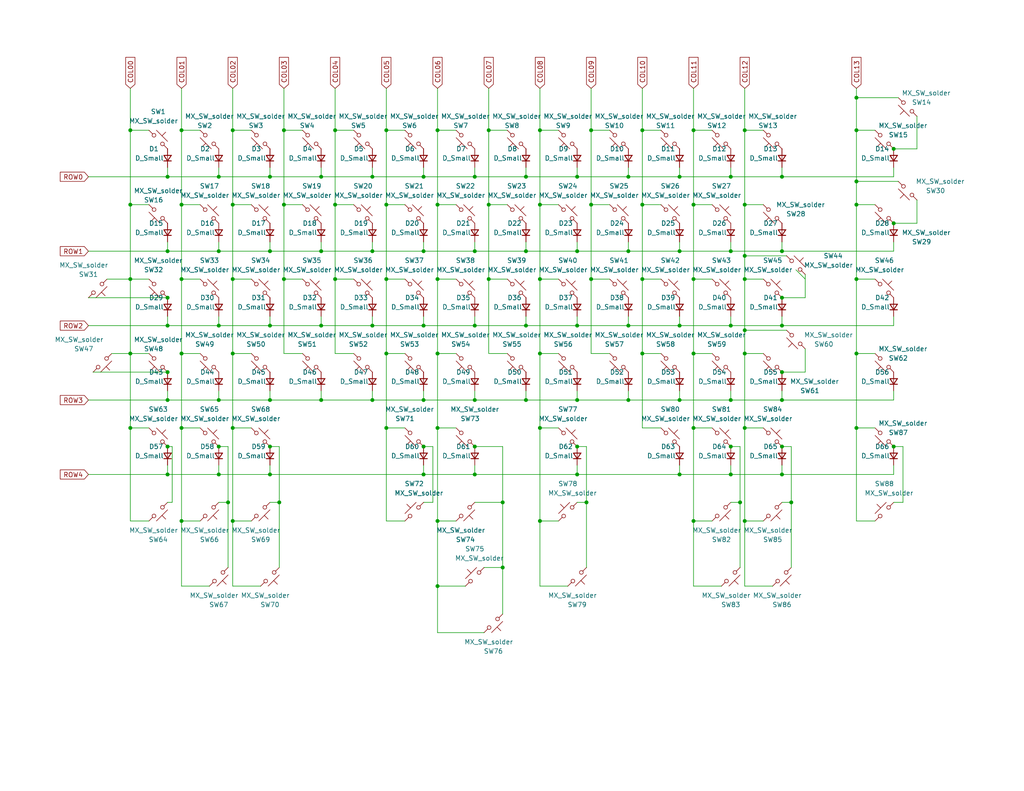
<source format=kicad_sch>
(kicad_sch (version 20211123) (generator eeschema)
  (paper "USLetter")
  (title_block (title "ice60") (date "2022-12-27") (company "chill") (comment 1 "© 2022 chillKB") (comment 2 "CERN Open Hardware License version 2 -- Permissive") (comment 4 "60% Soldered PCB with JST Powered by RP2040"))
  (junction (at 129.54 129.54))
  (junction (at 133.35 35.56))
  (junction (at 45.72 109.22))
  (junction (at 63.5 35.56))
  (junction (at 213.36 121.92))
  (junction (at 161.29 76.2))
  (junction (at 147.32 96.52))
  (junction (at 73.66 48.26))
  (junction (at 115.57 88.9))
  (junction (at 73.66 121.92))
  (junction (at 59.69 129.54))
  (junction (at 143.51 109.22))
  (junction (at 105.41 76.2))
  (junction (at 175.26 55.88))
  (junction (at 243.84 60.96))
  (junction (at 129.54 121.92))
  (junction (at 35.56 76.2))
  (junction (at 157.48 109.22))
  (junction (at 233.68 116.84))
  (junction (at 189.23 76.2))
  (junction (at 203.2 90.17))
  (junction (at 185.42 88.9))
  (junction (at 119.38 160.02))
  (junction (at 203.2 69.85))
  (junction (at 45.72 129.54))
  (junction (at 129.54 68.58))
  (junction (at 160.02 137.16))
  (junction (at 213.36 48.26))
  (junction (at 203.2 116.84))
  (junction (at 49.53 116.84))
  (junction (at 49.53 96.52))
  (junction (at 119.38 142.24))
  (junction (at 115.57 48.26))
  (junction (at 157.48 48.26))
  (junction (at 157.48 129.54))
  (junction (at 199.39 48.26))
  (junction (at 45.72 48.26))
  (junction (at 199.39 88.9))
  (junction (at 115.57 129.54))
  (junction (at 243.84 40.64))
  (junction (at 133.35 55.88))
  (junction (at 73.66 68.58))
  (junction (at 91.44 35.56))
  (junction (at 35.56 55.88))
  (junction (at 59.69 121.92))
  (junction (at 129.54 109.22))
  (junction (at 87.63 48.26))
  (junction (at 35.56 96.52))
  (junction (at 59.69 68.58))
  (junction (at 171.45 48.26))
  (junction (at 73.66 129.54))
  (junction (at 143.51 88.9))
  (junction (at 115.57 121.92))
  (junction (at 203.2 55.88))
  (junction (at 175.26 76.2))
  (junction (at 73.66 88.9))
  (junction (at 45.72 121.92))
  (junction (at 45.72 68.58))
  (junction (at 143.51 48.26))
  (junction (at 77.47 35.56))
  (junction (at 49.53 142.24))
  (junction (at 76.2 137.16))
  (junction (at 45.72 88.9))
  (junction (at 213.36 109.22))
  (junction (at 45.72 101.6))
  (junction (at 199.39 68.58))
  (junction (at 87.63 68.58))
  (junction (at 189.23 35.56))
  (junction (at 115.57 68.58))
  (junction (at 101.6 68.58))
  (junction (at 203.2 96.52))
  (junction (at 213.36 68.58))
  (junction (at 49.53 76.2))
  (junction (at 171.45 109.22))
  (junction (at 189.23 96.52))
  (junction (at 175.26 96.52))
  (junction (at 119.38 35.56))
  (junction (at 119.38 116.84))
  (junction (at 199.39 109.22))
  (junction (at 171.45 88.9))
  (junction (at 105.41 116.84))
  (junction (at 199.39 121.92))
  (junction (at 87.63 109.22))
  (junction (at 147.32 116.84))
  (junction (at 203.2 142.24))
  (junction (at 243.84 121.92))
  (junction (at 147.32 142.24))
  (junction (at 213.36 81.28))
  (junction (at 157.48 68.58))
  (junction (at 147.32 55.88))
  (junction (at 129.54 48.26))
  (junction (at 233.68 35.56))
  (junction (at 213.36 101.6))
  (junction (at 157.48 121.92))
  (junction (at 215.9 137.16))
  (junction (at 59.69 48.26))
  (junction (at 63.5 76.2))
  (junction (at 63.5 55.88))
  (junction (at 185.42 109.22))
  (junction (at 201.93 137.16))
  (junction (at 137.16 154.94))
  (junction (at 233.68 26.67))
  (junction (at 105.41 55.88))
  (junction (at 35.56 35.56))
  (junction (at 105.41 96.52))
  (junction (at 105.41 35.56))
  (junction (at 49.53 55.88))
  (junction (at 137.16 137.16))
  (junction (at 199.39 129.54))
  (junction (at 185.42 48.26))
  (junction (at 45.72 81.28))
  (junction (at 233.68 76.2))
  (junction (at 115.57 109.22))
  (junction (at 175.26 35.56))
  (junction (at 87.63 88.9))
  (junction (at 213.36 129.54))
  (junction (at 91.44 76.2))
  (junction (at 63.5 142.24))
  (junction (at 59.69 109.22))
  (junction (at 233.68 96.52))
  (junction (at 189.23 116.84))
  (junction (at 101.6 109.22))
  (junction (at 49.53 35.56))
  (junction (at 119.38 76.2))
  (junction (at 171.45 68.58))
  (junction (at 133.35 76.2))
  (junction (at 189.23 55.88))
  (junction (at 119.38 96.52))
  (junction (at 161.29 35.56))
  (junction (at 233.68 49.53))
  (junction (at 161.29 55.88))
  (junction (at 101.6 88.9))
  (junction (at 147.32 76.2))
  (junction (at 213.36 88.9))
  (junction (at 91.44 55.88))
  (junction (at 129.54 88.9))
  (junction (at 62.23 137.16))
  (junction (at 185.42 129.54))
  (junction (at 147.32 35.56))
  (junction (at 101.6 48.26))
  (junction (at 119.38 55.88))
  (junction (at 77.47 76.2))
  (junction (at 143.51 68.58))
  (junction (at 63.5 116.84))
  (junction (at 185.42 68.58))
  (junction (at 157.48 88.9))
  (junction (at 63.5 96.52))
  (junction (at 35.56 116.84))
  (junction (at 77.47 55.88))
  (junction (at 73.66 109.22))
  (junction (at 203.2 35.56))
  (junction (at 59.69 88.9))
  (junction (at 203.2 76.2))
  (junction (at 189.23 142.24))
  (junction (at 233.68 55.88))
  (bus_entry (at 217.17 73.66) (size 2.54 2.54))
  (wire (pts (xy 105.41 35.56) (xy 105.41 55.88)))
  (wire (pts (xy 199.39 66.04) (xy 199.39 68.58)))
  (wire (pts (xy 49.53 142.24) (xy 54.61 142.24)))
  (wire (pts (xy 101.6 68.58) (xy 115.57 68.58)))
  (wire (pts (xy 24.13 88.9) (xy 45.72 88.9)))
  (wire (pts (xy 199.39 45.72) (xy 199.39 48.26)))
  (wire (pts (xy 160.02 137.16) (xy 160.02 121.92)))
  (wire (pts (xy 171.45 68.58) (xy 185.42 68.58)))
  (wire (pts (xy 76.2 137.16) (xy 76.2 121.92)))
  (wire (pts (xy 203.2 35.56) (xy 203.2 55.88)))
  (wire (pts (xy 215.9 121.92) (xy 213.36 121.92)))
  (wire (pts (xy 175.26 96.52) (xy 175.26 116.84)))
  (wire (pts (xy 157.48 127) (xy 157.48 129.54)))
  (wire (pts (xy 203.2 142.24) (xy 208.28 142.24)))
  (wire (pts (xy 175.26 76.2) (xy 180.34 76.2)))
  (wire (pts (xy 45.72 127) (xy 45.72 129.54)))
  (wire (pts (xy 119.38 96.52) (xy 119.38 116.84)))
  (wire (pts (xy 49.53 116.84) (xy 54.61 116.84)))
  (wire (pts (xy 147.32 24.13) (xy 147.32 35.56)))
  (wire (pts (xy 143.51 45.72) (xy 143.51 48.26)))
  (wire (pts (xy 233.68 24.13) (xy 233.68 26.67)))
  (wire (pts (xy 171.45 48.26) (xy 185.42 48.26)))
  (wire (pts (xy 49.53 116.84) (xy 49.53 142.24)))
  (wire (pts (xy 77.47 76.2) (xy 77.47 96.52)))
  (wire (pts (xy 91.44 24.13) (xy 91.44 35.56)))
  (wire (pts (xy 157.48 48.26) (xy 171.45 48.26)))
  (wire (pts (xy 45.72 129.54) (xy 59.69 129.54)))
  (wire (pts (xy 87.63 106.68) (xy 87.63 109.22)))
  (wire (pts (xy 213.36 129.54) (xy 243.84 129.54)))
  (wire (pts (xy 189.23 35.56) (xy 194.31 35.56)))
  (wire (pts (xy 203.2 55.88) (xy 208.28 55.88)))
  (wire (pts (xy 147.32 55.88) (xy 152.4 55.88)))
  (wire (pts (xy 243.84 127) (xy 243.84 129.54)))
  (wire (pts (xy 62.23 154.94) (xy 62.23 137.16)))
  (wire (pts (xy 24.13 109.22) (xy 45.72 109.22)))
  (wire (pts (xy 213.36 86.36) (xy 213.36 88.9)))
  (wire (pts (xy 185.42 45.72) (xy 185.42 48.26)))
  (wire (pts (xy 175.26 76.2) (xy 175.26 96.52)))
  (wire (pts (xy 133.35 35.56) (xy 133.35 55.88)))
  (wire (pts (xy 233.68 116.84) (xy 233.68 142.24)))
  (wire (pts (xy 63.5 76.2) (xy 63.5 96.52)))
  (wire (pts (xy 203.2 90.17) (xy 203.2 96.52)))
  (wire (pts (xy 63.5 55.88) (xy 63.5 76.2)))
  (wire (pts (xy 49.53 96.52) (xy 54.61 96.52)))
  (wire (pts (xy 185.42 86.36) (xy 185.42 88.9)))
  (wire (pts (xy 161.29 55.88) (xy 166.37 55.88)))
  (wire (pts (xy 147.32 142.24) (xy 152.4 142.24)))
  (wire (pts (xy 213.36 68.58) (xy 243.84 68.58)))
  (wire (pts (xy 219.71 81.28) (xy 213.36 81.28)))
  (wire (pts (xy 119.38 35.56) (xy 119.38 55.88)))
  (wire (pts (xy 233.68 35.56) (xy 238.76 35.56)))
  (wire (pts (xy 59.69 88.9) (xy 73.66 88.9)))
  (wire (pts (xy 45.72 66.04) (xy 45.72 68.58)))
  (wire (pts (xy 129.54 86.36) (xy 129.54 88.9)))
  (wire (pts (xy 45.72 68.58) (xy 59.69 68.58)))
  (wire (pts (xy 91.44 35.56) (xy 96.52 35.56)))
  (wire (pts (xy 215.9 154.94) (xy 215.9 137.16)))
  (wire (pts (xy 137.16 154.94) (xy 137.16 167.64)))
  (wire (pts (xy 185.42 48.26) (xy 199.39 48.26)))
  (wire (pts (xy 137.16 154.94) (xy 137.16 137.16)))
  (wire (pts (xy 115.57 127) (xy 115.57 129.54)))
  (wire (pts (xy 25.4 101.6) (xy 45.72 101.6)))
  (wire (pts (xy 143.51 86.36) (xy 143.51 88.9)))
  (wire (pts (xy 101.6 86.36) (xy 101.6 88.9)))
  (wire (pts (xy 175.26 55.88) (xy 180.34 55.88)))
  (wire (pts (xy 185.42 66.04) (xy 185.42 68.58)))
  (wire (pts (xy 133.35 76.2) (xy 138.43 76.2)))
  (wire (pts (xy 213.36 48.26) (xy 243.84 48.26)))
  (wire (pts (xy 87.63 109.22) (xy 101.6 109.22)))
  (wire (pts (xy 189.23 55.88) (xy 189.23 76.2)))
  (wire (pts (xy 105.41 35.56) (xy 110.49 35.56)))
  (wire (pts (xy 73.66 68.58) (xy 87.63 68.58)))
  (wire (pts (xy 119.38 142.24) (xy 124.46 142.24)))
  (wire (pts (xy 87.63 48.26) (xy 101.6 48.26)))
  (wire (pts (xy 189.23 142.24) (xy 194.31 142.24)))
  (wire (pts (xy 175.26 35.56) (xy 175.26 55.88)))
  (wire (pts (xy 91.44 76.2) (xy 91.44 96.52)))
  (wire (pts (xy 246.38 137.16) (xy 246.38 121.92)))
  (wire (pts (xy 203.2 96.52) (xy 203.2 116.84)))
  (wire (pts (xy 157.48 137.16) (xy 160.02 137.16)))
  (wire (pts (xy 129.54 121.92) (xy 137.16 121.92)))
  (wire (pts (xy 63.5 35.56) (xy 68.58 35.56)))
  (wire (pts (xy 129.54 109.22) (xy 143.51 109.22)))
  (wire (pts (xy 219.71 76.2) (xy 219.71 81.28)))
  (wire (pts (xy 147.32 116.84) (xy 147.32 142.24)))
  (wire (pts (xy 137.16 137.16) (xy 137.16 121.92)))
  (wire (pts (xy 71.12 160.02) (xy 63.5 160.02)))
  (wire (pts (xy 101.6 45.72) (xy 101.6 48.26)))
  (wire (pts (xy 63.5 116.84) (xy 63.5 142.24)))
  (wire (pts (xy 127 160.02) (xy 119.38 160.02)))
  (wire (pts (xy 250.19 40.64) (xy 243.84 40.64)))
  (wire (pts (xy 87.63 45.72) (xy 87.63 48.26)))
  (wire (pts (xy 189.23 96.52) (xy 189.23 116.84)))
  (wire (pts (xy 147.32 35.56) (xy 152.4 35.56)))
  (wire (pts (xy 147.32 35.56) (xy 147.32 55.88)))
  (wire (pts (xy 189.23 160.02) (xy 189.23 142.24)))
  (wire (pts (xy 73.66 86.36) (xy 73.66 88.9)))
  (wire (pts (xy 91.44 55.88) (xy 91.44 76.2)))
  (wire (pts (xy 119.38 160.02) (xy 119.38 142.24)))
  (wire (pts (xy 59.69 86.36) (xy 59.69 88.9)))
  (wire (pts (xy 49.53 160.02) (xy 49.53 142.24)))
  (wire (pts (xy 35.56 142.24) (xy 40.64 142.24)))
  (wire (pts (xy 101.6 88.9) (xy 115.57 88.9)))
  (wire (pts (xy 45.72 109.22) (xy 59.69 109.22)))
  (wire (pts (xy 73.66 45.72) (xy 73.66 48.26)))
  (wire (pts (xy 199.39 121.92) (xy 201.93 121.92)))
  (wire (pts (xy 133.35 96.52) (xy 138.43 96.52)))
  (wire (pts (xy 63.5 35.56) (xy 63.5 55.88)))
  (wire (pts (xy 45.72 45.72) (xy 45.72 48.26)))
  (wire (pts (xy 213.36 66.04) (xy 213.36 68.58)))
  (wire (pts (xy 147.32 96.52) (xy 152.4 96.52)))
  (wire (pts (xy 129.54 68.58) (xy 143.51 68.58)))
  (wire (pts (xy 175.26 35.56) (xy 180.34 35.56)))
  (wire (pts (xy 199.39 48.26) (xy 213.36 48.26)))
  (wire (pts (xy 63.5 160.02) (xy 63.5 142.24)))
  (wire (pts (xy 101.6 48.26) (xy 115.57 48.26)))
  (wire (pts (xy 105.41 96.52) (xy 110.49 96.52)))
  (wire (pts (xy 199.39 109.22) (xy 213.36 109.22)))
  (wire (pts (xy 185.42 106.68) (xy 185.42 109.22)))
  (wire (pts (xy 119.38 116.84) (xy 124.46 116.84)))
  (wire (pts (xy 87.63 86.36) (xy 87.63 88.9)))
  (wire (pts (xy 105.41 116.84) (xy 105.41 142.24)))
  (wire (pts (xy 171.45 45.72) (xy 171.45 48.26)))
  (wire (pts (xy 59.69 68.58) (xy 73.66 68.58)))
  (wire (pts (xy 189.23 35.56) (xy 189.23 55.88)))
  (wire (pts (xy 129.54 127) (xy 129.54 129.54)))
  (wire (pts (xy 77.47 35.56) (xy 82.55 35.56)))
  (wire (pts (xy 119.38 172.72) (xy 119.38 160.02)))
  (wire (pts (xy 63.5 96.52) (xy 68.58 96.52)))
  (wire (pts (xy 175.26 55.88) (xy 175.26 76.2)))
  (wire (pts (xy 105.41 24.13) (xy 105.41 35.56)))
  (wire (pts (xy 243.84 45.72) (xy 243.84 48.26)))
  (wire (pts (xy 119.38 24.13) (xy 119.38 35.56)))
  (wire (pts (xy 105.41 142.24) (xy 110.49 142.24)))
  (wire (pts (xy 175.26 116.84) (xy 180.34 116.84)))
  (wire (pts (xy 213.36 106.68) (xy 213.36 109.22)))
  (wire (pts (xy 115.57 106.68) (xy 115.57 109.22)))
  (wire (pts (xy 119.38 55.88) (xy 124.46 55.88)))
  (wire (pts (xy 189.23 76.2) (xy 194.31 76.2)))
  (wire (pts (xy 118.11 137.16) (xy 118.11 121.92)))
  (wire (pts (xy 119.38 55.88) (xy 119.38 76.2)))
  (wire (pts (xy 49.53 24.13) (xy 49.53 35.56)))
  (wire (pts (xy 161.29 35.56) (xy 166.37 35.56)))
  (wire (pts (xy 243.84 86.36) (xy 243.84 88.9)))
  (wire (pts (xy 91.44 55.88) (xy 96.52 55.88)))
  (wire (pts (xy 250.19 60.96) (xy 243.84 60.96)))
  (wire (pts (xy 129.54 129.54) (xy 157.48 129.54)))
  (wire (pts (xy 45.72 106.68) (xy 45.72 109.22)))
  (wire (pts (xy 49.53 76.2) (xy 54.61 76.2)))
  (wire (pts (xy 129.54 48.26) (xy 143.51 48.26)))
  (wire (pts (xy 45.72 88.9) (xy 59.69 88.9)))
  (wire (pts (xy 49.53 76.2) (xy 49.53 96.52)))
  (wire (pts (xy 24.13 68.58) (xy 45.72 68.58)))
  (wire (pts (xy 171.45 106.68) (xy 171.45 109.22)))
  (wire (pts (xy 115.57 129.54) (xy 129.54 129.54)))
  (wire (pts (xy 147.32 116.84) (xy 152.4 116.84)))
  (wire (pts (xy 101.6 109.22) (xy 115.57 109.22)))
  (wire (pts (xy 203.2 96.52) (xy 208.28 96.52)))
  (wire (pts (xy 189.23 55.88) (xy 194.31 55.88)))
  (wire (pts (xy 63.5 116.84) (xy 68.58 116.84)))
  (wire (pts (xy 101.6 66.04) (xy 101.6 68.58)))
  (wire (pts (xy 213.36 88.9) (xy 243.84 88.9)))
  (wire (pts (xy 24.13 81.28) (xy 45.72 81.28)))
  (wire (pts (xy 160.02 154.94) (xy 160.02 137.16)))
  (wire (pts (xy 157.48 88.9) (xy 171.45 88.9)))
  (wire (pts (xy 233.68 96.52) (xy 238.76 96.52)))
  (wire (pts (xy 77.47 96.52) (xy 82.55 96.52)))
  (wire (pts (xy 203.2 24.13) (xy 203.2 35.56)))
  (wire (pts (xy 35.56 96.52) (xy 30.48 96.52)))
  (wire (pts (xy 115.57 68.58) (xy 129.54 68.58)))
  (wire (pts (xy 87.63 68.58) (xy 101.6 68.58)))
  (wire (pts (xy 35.56 55.88) (xy 35.56 76.2)))
  (wire (pts (xy 35.56 116.84) (xy 40.64 116.84)))
  (wire (pts (xy 46.99 137.16) (xy 46.99 121.92)))
  (wire (pts (xy 133.35 76.2) (xy 133.35 96.52)))
  (wire (pts (xy 185.42 88.9) (xy 199.39 88.9)))
  (wire (pts (xy 185.42 109.22) (xy 199.39 109.22)))
  (wire (pts (xy 35.56 96.52) (xy 35.56 116.84)))
  (wire (pts (xy 45.72 137.16) (xy 46.99 137.16)))
  (wire (pts (xy 73.66 129.54) (xy 115.57 129.54)))
  (wire (pts (xy 243.84 137.16) (xy 246.38 137.16)))
  (wire (pts (xy 233.68 142.24) (xy 238.76 142.24)))
  (wire (pts (xy 73.66 66.04) (xy 73.66 68.58)))
  (wire (pts (xy 147.32 76.2) (xy 152.4 76.2)))
  (wire (pts (xy 59.69 66.04) (xy 59.69 68.58)))
  (wire (pts (xy 59.69 129.54) (xy 73.66 129.54)))
  (wire (pts (xy 175.26 24.13) (xy 175.26 35.56)))
  (wire (pts (xy 129.54 45.72) (xy 129.54 48.26)))
  (wire (pts (xy 119.38 35.56) (xy 124.46 35.56)))
  (wire (pts (xy 213.36 127) (xy 213.36 129.54)))
  (wire (pts (xy 243.84 66.04) (xy 243.84 68.58)))
  (wire (pts (xy 213.36 137.16) (xy 215.9 137.16)))
  (wire (pts (xy 250.19 31.75) (xy 250.19 40.64)))
  (wire (pts (xy 189.23 24.13) (xy 189.23 35.56)))
  (wire (pts (xy 115.57 137.16) (xy 118.11 137.16)))
  (wire (pts (xy 133.35 35.56) (xy 138.43 35.56)))
  (wire (pts (xy 62.23 137.16) (xy 62.23 121.92)))
  (wire (pts (xy 59.69 106.68) (xy 59.69 109.22)))
  (wire (pts (xy 115.57 86.36) (xy 115.57 88.9)))
  (wire (pts (xy 189.23 96.52) (xy 194.31 96.52)))
  (wire (pts (xy 129.54 88.9) (xy 143.51 88.9)))
  (wire (pts (xy 35.56 76.2) (xy 35.56 96.52)))
  (wire (pts (xy 87.63 88.9) (xy 101.6 88.9)))
  (wire (pts (xy 147.32 55.88) (xy 147.32 76.2)))
  (wire (pts (xy 233.68 55.88) (xy 238.76 55.88)))
  (wire (pts (xy 35.56 24.13) (xy 35.56 35.56)))
  (wire (pts (xy 203.2 69.85) (xy 203.2 76.2)))
  (wire (pts (xy 199.39 127) (xy 199.39 129.54)))
  (wire (pts (xy 59.69 127) (xy 59.69 129.54)))
  (wire (pts (xy 157.48 86.36) (xy 157.48 88.9)))
  (wire (pts (xy 59.69 45.72) (xy 59.69 48.26)))
  (wire (pts (xy 63.5 24.13) (xy 63.5 35.56)))
  (wire (pts (xy 233.68 26.67) (xy 233.68 35.56)))
  (wire (pts (xy 161.29 76.2) (xy 161.29 96.52)))
  (wire (pts (xy 143.51 88.9) (xy 157.48 88.9)))
  (wire (pts (xy 243.84 121.92) (xy 246.38 121.92)))
  (wire (pts (xy 161.29 96.52) (xy 166.37 96.52)))
  (wire (pts (xy 250.19 54.61) (xy 250.19 60.96)))
  (wire (pts (xy 77.47 55.88) (xy 77.47 76.2)))
  (wire (pts (xy 160.02 121.92) (xy 157.48 121.92)))
  (wire (pts (xy 243.84 106.68) (xy 243.84 109.22)))
  (wire (pts (xy 233.68 116.84) (xy 238.76 116.84)))
  (wire (pts (xy 199.39 86.36) (xy 199.39 88.9)))
  (wire (pts (xy 203.2 35.56) (xy 208.28 35.56)))
  (wire (pts (xy 132.08 154.94) (xy 137.16 154.94)))
  (wire (pts (xy 73.66 109.22) (xy 87.63 109.22)))
  (wire (pts (xy 91.44 76.2) (xy 96.52 76.2)))
  (wire (pts (xy 129.54 137.16) (xy 137.16 137.16)))
  (wire (pts (xy 147.32 96.52) (xy 147.32 116.84)))
  (wire (pts (xy 129.54 66.04) (xy 129.54 68.58)))
  (wire (pts (xy 203.2 76.2) (xy 203.2 90.17)))
  (wire (pts (xy 45.72 121.92) (xy 46.99 121.92)))
  (wire (pts (xy 35.56 76.2) (xy 29.21 76.2)))
  (wire (pts (xy 35.56 35.56) (xy 35.56 55.88)))
  (wire (pts (xy 171.45 66.04) (xy 171.45 68.58)))
  (wire (pts (xy 175.26 96.52) (xy 180.34 96.52)))
  (wire (pts (xy 35.56 116.84) (xy 35.56 142.24)))
  (wire (pts (xy 161.29 35.56) (xy 161.29 55.88)))
  (wire (pts (xy 63.5 55.88) (xy 68.58 55.88)))
  (wire (pts (xy 196.85 160.02) (xy 189.23 160.02)))
  (wire (pts (xy 203.2 69.85) (xy 214.63 69.85)))
  (wire (pts (xy 73.66 88.9) (xy 87.63 88.9)))
  (wire (pts (xy 203.2 55.88) (xy 203.2 69.85)))
  (wire (pts (xy 49.53 55.88) (xy 54.61 55.88)))
  (wire (pts (xy 63.5 142.24) (xy 68.58 142.24)))
  (wire (pts (xy 199.39 137.16) (xy 201.93 137.16)))
  (wire (pts (xy 157.48 45.72) (xy 157.48 48.26)))
  (wire (pts (xy 203.2 116.84) (xy 208.28 116.84)))
  (wire (pts (xy 115.57 66.04) (xy 115.57 68.58)))
  (wire (pts (xy 233.68 35.56) (xy 233.68 49.53)))
  (wire (pts (xy 201.93 137.16) (xy 201.93 121.92)))
  (wire (pts (xy 49.53 35.56) (xy 54.61 35.56)))
  (wire (pts (xy 59.69 121.92) (xy 62.23 121.92)))
  (wire (pts (xy 157.48 66.04) (xy 157.48 68.58)))
  (wire (pts (xy 129.54 106.68) (xy 129.54 109.22)))
  (wire (pts (xy 119.38 96.52) (xy 124.46 96.52)))
  (wire (pts (xy 203.2 90.17) (xy 214.63 90.17)))
  (wire (pts (xy 213.36 109.22) (xy 243.84 109.22)))
  (wire (pts (xy 132.08 172.72) (xy 119.38 172.72)))
  (wire (pts (xy 143.51 109.22) (xy 157.48 109.22)))
  (wire (pts (xy 189.23 116.84) (xy 194.31 116.84)))
  (wire (pts (xy 185.42 68.58) (xy 199.39 68.58)))
  (wire (pts (xy 143.51 48.26) (xy 157.48 48.26)))
  (wire (pts (xy 157.48 129.54) (xy 185.42 129.54)))
  (wire (pts (xy 219.71 95.25) (xy 219.71 101.6)))
  (wire (pts (xy 45.72 48.26) (xy 59.69 48.26)))
  (wire (pts (xy 203.2 116.84) (xy 203.2 142.24)))
  (wire (pts (xy 115.57 88.9) (xy 129.54 88.9)))
  (wire (pts (xy 189.23 116.84) (xy 189.23 142.24)))
  (wire (pts (xy 161.29 24.13) (xy 161.29 35.56)))
  (wire (pts (xy 119.38 76.2) (xy 124.46 76.2)))
  (wire (pts (xy 147.32 76.2) (xy 147.32 96.52)))
  (wire (pts (xy 77.47 55.88) (xy 82.55 55.88)))
  (wire (pts (xy 233.68 26.67) (xy 245.11 26.67)))
  (wire (pts (xy 199.39 88.9) (xy 213.36 88.9)))
  (wire (pts (xy 210.82 160.02) (xy 203.2 160.02)))
  (wire (pts (xy 115.57 109.22) (xy 129.54 109.22)))
  (wire (pts (xy 73.66 106.68) (xy 73.66 109.22)))
  (wire (pts (xy 63.5 96.52) (xy 63.5 116.84)))
  (wire (pts (xy 171.45 86.36) (xy 171.45 88.9)))
  (wire (pts (xy 161.29 55.88) (xy 161.29 76.2)))
  (wire (pts (xy 91.44 35.56) (xy 91.44 55.88)))
  (wire (pts (xy 57.15 160.02) (xy 49.53 160.02)))
  (wire (pts (xy 157.48 106.68) (xy 157.48 109.22)))
  (wire (pts (xy 171.45 109.22) (xy 185.42 109.22)))
  (wire (pts (xy 233.68 76.2) (xy 238.76 76.2)))
  (wire (pts (xy 233.68 96.52) (xy 233.68 116.84)))
  (wire (pts (xy 105.41 55.88) (xy 110.49 55.88)))
  (wire (pts (xy 199.39 68.58) (xy 213.36 68.58)))
  (wire (pts (xy 49.53 96.52) (xy 49.53 116.84)))
  (wire (pts (xy 24.13 48.26) (xy 45.72 48.26)))
  (wire (pts (xy 199.39 106.68) (xy 199.39 109.22)))
  (wire (pts (xy 233.68 49.53) (xy 245.11 49.53)))
  (wire (pts (xy 233.68 76.2) (xy 233.68 96.52)))
  (wire (pts (xy 203.2 160.02) (xy 203.2 142.24)))
  (wire (pts (xy 24.13 129.54) (xy 45.72 129.54)))
  (wire (pts (xy 105.41 76.2) (xy 105.41 96.52)))
  (wire (pts (xy 157.48 68.58) (xy 171.45 68.58)))
  (wire (pts (xy 91.44 96.52) (xy 96.52 96.52)))
  (wire (pts (xy 133.35 55.88) (xy 133.35 76.2)))
  (wire (pts (xy 115.57 48.26) (xy 129.54 48.26)))
  (wire (pts (xy 59.69 137.16) (xy 62.23 137.16)))
  (wire (pts (xy 101.6 106.68) (xy 101.6 109.22)))
  (wire (pts (xy 35.56 55.88) (xy 40.64 55.88)))
  (wire (pts (xy 35.56 35.56) (xy 40.64 35.56)))
  (wire (pts (xy 189.23 76.2) (xy 189.23 96.52)))
  (wire (pts (xy 119.38 116.84) (xy 119.38 142.24)))
  (wire (pts (xy 143.51 68.58) (xy 157.48 68.58)))
  (wire (pts (xy 45.72 86.36) (xy 45.72 88.9)))
  (wire (pts (xy 105.41 116.84) (xy 110.49 116.84)))
  (wire (pts (xy 59.69 48.26) (xy 73.66 48.26)))
  (wire (pts (xy 119.38 76.2) (xy 119.38 96.52)))
  (wire (pts (xy 87.63 66.04) (xy 87.63 68.58)))
  (wire (pts (xy 185.42 127) (xy 185.42 129.54)))
  (wire (pts (xy 73.66 48.26) (xy 87.63 48.26)))
  (wire (pts (xy 73.66 121.92) (xy 76.2 121.92)))
  (wire (pts (xy 133.35 24.13) (xy 133.35 35.56)))
  (wire (pts (xy 59.69 109.22) (xy 73.66 109.22)))
  (wire (pts (xy 105.41 76.2) (xy 110.49 76.2)))
  (wire (pts (xy 219.71 74.93) (xy 219.71 76.2)))
  (wire (pts (xy 213.36 45.72) (xy 213.36 48.26)))
  (wire (pts (xy 105.41 96.52) (xy 105.41 116.84)))
  (wire (pts (xy 171.45 88.9) (xy 185.42 88.9)))
  (wire (pts (xy 201.93 154.94) (xy 201.93 137.16)))
  (wire (pts (xy 115.57 121.92) (xy 118.11 121.92)))
  (wire (pts (xy 233.68 55.88) (xy 233.68 76.2)))
  (wire (pts (xy 77.47 76.2) (xy 82.55 76.2)))
  (wire (pts (xy 147.32 160.02) (xy 147.32 142.24)))
  (wire (pts (xy 161.29 76.2) (xy 166.37 76.2)))
  (wire (pts (xy 133.35 55.88) (xy 138.43 55.88)))
  (wire (pts (xy 233.68 49.53) (xy 233.68 55.88)))
  (wire (pts (xy 73.66 137.16) (xy 76.2 137.16)))
  (wire (pts (xy 105.41 55.88) (xy 105.41 76.2)))
  (wire (pts (xy 115.57 45.72) (xy 115.57 48.26)))
  (wire (pts (xy 185.42 129.54) (xy 199.39 129.54)))
  (wire (pts (xy 77.47 24.13) (xy 77.47 35.56)))
  (wire (pts (xy 49.53 55.88) (xy 49.53 76.2)))
  (wire (pts (xy 76.2 154.94) (xy 76.2 137.16)))
  (wire (pts (xy 77.47 35.56) (xy 77.47 55.88)))
  (wire (pts (xy 63.5 76.2) (xy 68.58 76.2)))
  (wire (pts (xy 143.51 66.04) (xy 143.51 68.58)))
  (wire (pts (xy 157.48 109.22) (xy 171.45 109.22)))
  (wire (pts (xy 154.94 160.02) (xy 147.32 160.02)))
  (wire (pts (xy 199.39 129.54) (xy 213.36 129.54)))
  (wire (pts (xy 35.56 96.52) (xy 40.64 96.52)))
  (wire (pts (xy 143.51 106.68) (xy 143.51 109.22)))
  (wire (pts (xy 49.53 35.56) (xy 49.53 55.88)))
  (wire (pts (xy 203.2 76.2) (xy 208.28 76.2)))
  (wire (pts (xy 215.9 137.16) (xy 215.9 121.92)))
  (wire (pts (xy 213.36 101.6) (xy 219.71 101.6)))
  (wire (pts (xy 73.66 127) (xy 73.66 129.54)))
  (wire (pts (xy 35.56 76.2) (xy 40.64 76.2)))
  (global_label "COL13" (shape input) (at 233.68 24.13 90) (property "Intersheet References" "${INTERSHEET_REFS}" (effects hide)))
  (global_label "ROW0" (shape input) (at 24.13 48.26 180) (property "Intersheet References" "${INTERSHEET_REFS}" (effects hide)))
  (global_label "COL06" (shape input) (at 119.38 24.13 90) (property "Intersheet References" "${INTERSHEET_REFS}" (effects hide)))
  (global_label "COL08" (shape input) (at 147.32 24.13 90) (property "Intersheet References" "${INTERSHEET_REFS}" (effects hide)))
  (global_label "ROW2" (shape input) (at 24.13 88.9 180) (property "Intersheet References" "${INTERSHEET_REFS}" (effects hide)))
  (global_label "ROW3" (shape input) (at 24.13 109.22 180) (property "Intersheet References" "${INTERSHEET_REFS}" (effects hide)))
  (global_label "COL01" (shape input) (at 49.53 24.13 90) (property "Intersheet References" "${INTERSHEET_REFS}" (effects hide)))
  (global_label "ROW1" (shape input) (at 24.13 68.58 180) (property "Intersheet References" "${INTERSHEET_REFS}" (effects hide)))
  (global_label "COL11" (shape input) (at 189.23 24.13 90) (property "Intersheet References" "${INTERSHEET_REFS}" (effects hide)))
  (global_label "COL04" (shape input) (at 91.44 24.13 90) (property "Intersheet References" "${INTERSHEET_REFS}" (effects hide)))
  (global_label "COL03" (shape input) (at 77.47 24.13 90) (property "Intersheet References" "${INTERSHEET_REFS}" (effects hide)))
  (global_label "COL00" (shape input) (at 35.56 24.13 90) (property "Intersheet References" "${INTERSHEET_REFS}" (effects hide)))
  (global_label "COL07" (shape input) (at 133.35 24.13 90) (property "Intersheet References" "${INTERSHEET_REFS}" (effects hide)))
  (global_label "COL12" (shape input) (at 203.2 24.13 90) (property "Intersheet References" "${INTERSHEET_REFS}" (effects hide)))
  (global_label "ROW4" (shape input) (at 24.13 129.54 180) (property "Intersheet References" "${INTERSHEET_REFS}" (effects hide)))
  (global_label "COL09" (shape input) (at 161.29 24.13 90) (property "Intersheet References" "${INTERSHEET_REFS}" (effects hide)))
  (global_label "COL10" (shape input) (at 175.26 24.13 90) (property "Intersheet References" "${INTERSHEET_REFS}" (effects hide)))
  (global_label "COL02" (shape input) (at 63.5 24.13 90) (property "Intersheet References" "${INTERSHEET_REFS}" (effects hide)))
  (global_label "COL05" (shape input) (at 105.41 24.13 90) (property "Intersheet References" "${INTERSHEET_REFS}" (effects hide)))
  (symbol (lib_id "marbastlib-mx:MX_SW_solder") (at 113.03 139.7 0) (mirror y) (unit 1)
    (property "Reference" "SW72" (at 113.03 132.08 0))
    (property "Value" "MX_SW_solder" (at 114.3 134.62 0))
    (property "Footprint" "marbastlib-mx:SW_MX_1u" (effects hide))
  )
  (symbol (lib_id "Device:D_Small") (at 87.63 63.5 90) (unit 1)
    (property "Reference" "D18" (at 82.55 60.96 90) (effects (justify right)))
    (property "Value" "D_Small" (at 78.74 63.5 90) (effects (justify right)))
    (property "Footprint" "Diode_SMD:D_SOD-123" (effects hide))
  )
  (symbol (lib_id "marbastlib-mx:MX_SW_solder") (at 113.03 99.06 180) (unit 1)
    (property "Reference" "SW53" (at 111.76 93.98 0))
    (property "Value" "MX_SW_solder" (at 113.03 91.44 0))
    (property "Footprint" "marbastlib-mx:SW_MX_1u" (effects hide))
  )
  (symbol (lib_id "Device:D_Small") (at 101.6 83.82 90) (unit 1)
    (property "Reference" "D33" (at 96.52 81.28 90) (effects (justify right)))
    (property "Value" "D_Small" (at 92.71 83.82 90) (effects (justify right)))
    (property "Footprint" "Diode_SMD:D_SOD-123" (effects hide))
  )
  (symbol (lib_id "Device:D_Small") (at 45.72 63.5 90) (unit 1)
    (property "Reference" "D15" (at 40.64 60.96 90) (effects (justify right)))
    (property "Value" "D_Small" (at 36.83 63.5 90) (effects (justify right)))
    (property "Footprint" "Diode_SMD:D_SOD-123" (effects hide))
  )
  (symbol (lib_id "marbastlib-mx:MX_SW_solder") (at 196.85 99.06 180) (unit 1)
    (property "Reference" "SW59" (at 195.58 93.98 0))
    (property "Value" "MX_SW_solder" (at 196.85 91.44 0))
    (property "Footprint" "marbastlib-mx:SW_MX_1u" (effects hide))
  )
  (symbol (lib_id "Device:D_Small") (at 171.45 104.14 90) (unit 1)
    (property "Reference" "D52" (at 166.37 101.6 90) (effects (justify right)))
    (property "Value" "D_Small" (at 162.56 104.14 90) (effects (justify right)))
    (property "Footprint" "Diode_SMD:D_SOD-123" (effects hide))
  )
  (symbol (lib_id "Device:D_Small") (at 101.6 43.18 90) (unit 1)
    (property "Reference" "D5" (at 96.52 40.64 90) (effects (justify right)))
    (property "Value" "D_Small" (at 92.71 43.18 90) (effects (justify right)))
    (property "Footprint" "Diode_SMD:D_SOD-123" (effects hide))
  )
  (symbol (lib_id "Device:D_Small") (at 185.42 63.5 90) (unit 1)
    (property "Reference" "D25" (at 180.34 60.96 90) (effects (justify right)))
    (property "Value" "D_Small" (at 176.53 63.5 90) (effects (justify right)))
    (property "Footprint" "Diode_SMD:D_SOD-123" (effects hide))
  )
  (symbol (lib_id "Device:D_Small") (at 115.57 104.14 90) (unit 1)
    (property "Reference" "D48" (at 110.49 101.6 90) (effects (justify right)))
    (property "Value" "D_Small" (at 106.68 104.14 90) (effects (justify right)))
    (property "Footprint" "Diode_SMD:D_SOD-123" (effects hide))
  )
  (symbol (lib_id "marbastlib-mx:MX_SW_solder") (at 182.88 78.74 0) (unit 1)
    (property "Reference" "SW42" (at 182.88 71.12 0))
    (property "Value" "MX_SW_solder" (at 181.61 73.66 0))
    (property "Footprint" "marbastlib-mx:SW_MX_1u" (effects hide))
  )
  (symbol (lib_id "marbastlib-mx:MX_SW_solder") (at 196.85 119.38 0) (unit 1)
    (property "Reference" "SW81" (at 196.85 111.76 0))
    (property "Value" "MX_SW_solder" (at 195.58 114.3 0))
    (property "Footprint" "marbastlib-mx:SW_MX_1.25u" (effects hide))
  )
  (symbol (lib_id "Device:D_Small") (at 59.69 83.82 90) (unit 1)
    (property "Reference" "D30" (at 54.61 81.28 90) (effects (justify right)))
    (property "Value" "D_Small" (at 50.8 83.82 90) (effects (justify right)))
    (property "Footprint" "Diode_SMD:D_SOD-123" (effects hide))
  )
  (symbol (lib_id "Device:D_Small") (at 73.66 83.82 90) (unit 1)
    (property "Reference" "D31" (at 68.58 81.28 90) (effects (justify right)))
    (property "Value" "D_Small" (at 64.77 83.82 90) (effects (justify right)))
    (property "Footprint" "Diode_SMD:D_SOD-123" (effects hide))
  )
  (symbol (lib_id "marbastlib-mx:MX_SW_solder") (at 113.03 38.1 180) (unit 1)
    (property "Reference" "SW6" (at 111.76 34.29 0))
    (property "Value" "MX_SW_solder" (at 113.03 31.75 0))
    (property "Footprint" "marbastlib-mx:SW_MX_1u" (effects hide))
  )
  (symbol (lib_id "marbastlib-mx:MX_SW_solder") (at 168.91 38.1 180) (unit 1)
    (property "Reference" "SW10" (at 167.64 34.29 0))
    (property "Value" "MX_SW_solder" (at 168.91 31.75 0))
    (property "Footprint" "marbastlib-mx:SW_MX_1u" (effects hide))
  )
  (symbol (lib_id "Device:D_Small") (at 129.54 63.5 90) (unit 1)
    (property "Reference" "D21" (at 124.46 60.96 90) (effects (justify right)))
    (property "Value" "D_Small" (at 120.65 63.5 90) (effects (justify right)))
    (property "Footprint" "Diode_SMD:D_SOD-123" (effects hide))
  )
  (symbol (lib_id "Device:D_Small") (at 59.69 104.14 90) (unit 1)
    (property "Reference" "D44" (at 54.61 101.6 90) (effects (justify right)))
    (property "Value" "D_Small" (at 50.8 104.14 90) (effects (justify right)))
    (property "Footprint" "Diode_SMD:D_SOD-123" (effects hide))
  )
  (symbol (lib_id "marbastlib-mx:MX_SW_solder") (at 43.18 78.74 180) (unit 1)
    (property "Reference" "SW32" (at 41.91 73.66 0))
    (property "Value" "MX_SW_solder" (at 43.18 71.12 0))
    (property "Footprint" "marbastlib-mx:SW_MX_1.75u" (effects hide))
  )
  (symbol (lib_id "Device:D_Small") (at 143.51 83.82 90) (unit 1)
    (property "Reference" "D36" (at 138.43 81.28 90) (effects (justify right)))
    (property "Value" "D_Small" (at 134.62 83.82 90) (effects (justify right)))
    (property "Footprint" "Diode_SMD:D_SOD-123" (effects hide))
  )
  (symbol (lib_id "marbastlib-mx:MX_SW_solder") (at 43.18 38.1 0) (unit 1)
    (property "Reference" "SW1" (at 43.18 30.48 0))
    (property "Value" "MX_SW_solder" (at 41.91 33.02 0))
    (property "Footprint" "marbastlib-mx:SW_MX_1u" (effects hide))
  )
  (symbol (lib_id "marbastlib-mx:MX_SW_solder") (at 210.82 99.06 180) (unit 1)
    (property "Reference" "SW61" (at 220.98 106.68 0))
    (property "Value" "MX_SW_solder" (at 222.25 104.14 0))
    (property "Footprint" "marbastlib-mx:SW_MX_1u" (effects hide))
  )
  (symbol (lib_id "Device:D_Small") (at 199.39 104.14 90) (unit 1)
    (property "Reference" "D54" (at 194.31 101.6 90) (effects (justify right)))
    (property "Value" "D_Small" (at 190.5 104.14 90) (effects (justify right)))
    (property "Footprint" "Diode_SMD:D_SOD-123" (effects hide))
  )
  (symbol (lib_id "Device:D_Small") (at 213.36 43.18 90) (unit 1)
    (property "Reference" "D13" (at 208.28 40.64 90) (effects (justify right)))
    (property "Value" "D_Small" (at 204.47 43.18 90) (effects (justify right)))
    (property "Footprint" "Diode_SMD:D_SOD-123" (effects hide))
  )
  (symbol (lib_id "marbastlib-mx:MX_SW_solder") (at 99.06 78.74 0) (unit 1)
    (property "Reference" "SW36" (at 99.06 71.12 0))
    (property "Value" "MX_SW_solder" (at 97.79 73.66 0))
    (property "Footprint" "marbastlib-mx:SW_MX_1u" (effects hide))
  )
  (symbol (lib_id "marbastlib-mx:MX_SW_solder") (at 241.3 58.42 180) (unit 1)
    (property "Reference" "SW29" (at 251.46 66.04 0))
    (property "Value" "MX_SW_solder" (at 252.73 63.5 0))
    (property "Footprint" "marbastlib-mx:SW_MX_1.5u" (effects hide))
  )
  (symbol (lib_id "marbastlib-mx:MX_SW_solder") (at 127 58.42 0) (unit 1)
    (property "Reference" "SW22" (at 127 50.8 0))
    (property "Value" "MX_SW_solder" (at 125.73 53.34 0))
    (property "Footprint" "marbastlib-mx:SW_MX_1u" (effects hide))
  )
  (symbol (lib_id "marbastlib-mx:MX_SW_solder") (at 199.39 157.48 0) (mirror x) (unit 1)
    (property "Reference" "SW83" (at 199.39 165.1 0))
    (property "Value" "MX_SW_solder" (at 198.12 162.56 0))
    (property "Footprint" "marbastlib-mx:SW_MX_1.25u" (effects hide))
  )
  (symbol (lib_id "marbastlib-mx:MX_SW_solder") (at 85.09 58.42 0) (unit 1)
    (property "Reference" "SW19" (at 85.09 50.8 0))
    (property "Value" "MX_SW_solder" (at 83.82 53.34 0))
    (property "Footprint" "marbastlib-mx:SW_MX_1u" (effects hide))
  )
  (symbol (lib_id "marbastlib-mx:MX_SW_solder") (at 210.82 139.7 0) (mirror x) (unit 1)
    (property "Reference" "SW85" (at 210.82 147.32 0))
    (property "Value" "MX_SW_solder" (at 209.55 144.78 0))
    (property "Footprint" "marbastlib-mx:SW_MX_1u" (effects hide))
  )
  (symbol (lib_id "marbastlib-mx:MX_SW_solder") (at 127 119.38 180) (unit 1)
    (property "Reference" "SW73" (at 128.27 114.3 0))
    (property "Value" "MX_SW_solder" (at 129.54 111.76 0))
    (property "Footprint" "marbastlib-mx:SW_MX_1u" (effects hide))
  )
  (symbol (lib_id "marbastlib-mx:MX_SW_solder") (at 154.94 99.06 180) (unit 1)
    (property "Reference" "SW56" (at 153.67 93.98 0))
    (property "Value" "MX_SW_solder" (at 154.94 91.44 0))
    (property "Footprint" "marbastlib-mx:SW_MX_1u" (effects hide))
  )
  (symbol (lib_id "marbastlib-mx:MX_SW_solder") (at 85.09 38.1 180) (unit 1)
    (property "Reference" "SW4" (at 83.82 34.29 0))
    (property "Value" "MX_SW_solder" (at 85.09 31.75 0))
    (property "Footprint" "marbastlib-mx:SW_MX_1u" (effects hide))
  )
  (symbol (lib_id "marbastlib-mx:MX_SW_solder") (at 59.69 157.48 0) (mirror x) (unit 1)
    (property "Reference" "SW67" (at 59.69 165.1 0))
    (property "Value" "MX_SW_solder" (at 58.42 162.56 0))
    (property "Footprint" "marbastlib-mx:SW_MX_1.25u" (effects hide))
  )
  (symbol (lib_id "marbastlib-mx:MX_SW_solder") (at 210.82 38.1 180) (unit 1)
    (property "Reference" "SW13" (at 209.55 34.29 0))
    (property "Value" "MX_SW_solder" (at 210.82 31.75 0))
    (property "Footprint" "marbastlib-mx:SW_MX_1u" (effects hide))
  )
  (symbol (lib_id "Device:D_Small") (at 171.45 83.82 90) (unit 1)
    (property "Reference" "D38" (at 166.37 81.28 90) (effects (justify right)))
    (property "Value" "D_Small" (at 162.56 83.82 90) (effects (justify right)))
    (property "Footprint" "Diode_SMD:D_SOD-123" (effects hide))
  )
  (symbol (lib_id "Device:D_Small") (at 199.39 83.82 90) (unit 1)
    (property "Reference" "D40" (at 194.31 81.28 90) (effects (justify right)))
    (property "Value" "D_Small" (at 190.5 83.82 90) (effects (justify right)))
    (property "Footprint" "Diode_SMD:D_SOD-123" (effects hide))
  )
  (symbol (lib_id "marbastlib-mx:MX_SW_solder") (at 57.15 99.06 180) (unit 1)
    (property "Reference" "SW49" (at 55.88 93.98 0))
    (property "Value" "MX_SW_solder" (at 57.15 91.44 0))
    (property "Footprint" "marbastlib-mx:SW_MX_1u" (effects hide))
  )
  (symbol (lib_id "marbastlib-mx:MX_SW_solder") (at 241.3 78.74 0) (unit 1)
    (property "Reference" "SW46" (at 241.3 71.12 0))
    (property "Value" "MX_SW_solder" (at 240.03 73.66 0))
    (property "Footprint" "marbastlib-mx:SW_MX_1u" (effects hide))
  )
  (symbol (lib_id "marbastlib-mx:MX_SW_solder") (at 157.48 157.48 0) (mirror x) (unit 1)
    (property "Reference" "SW79" (at 157.48 165.1 0))
    (property "Value" "MX_SW_solder" (at 156.21 162.56 0))
    (property "Footprint" "marbastlib-mx:SW_MX_1u" (effects hide))
  )
  (symbol (lib_id "marbastlib-mx:MX_SW_solder") (at 71.12 119.38 0) (unit 1)
    (property "Reference" "SW68" (at 71.12 111.76 0))
    (property "Value" "MX_SW_solder" (at 69.85 114.3 0))
    (property "Footprint" "marbastlib-mx:SW_MX_1.25u" (effects hide))
  )
  (symbol (lib_id "Device:D_Small") (at 213.36 104.14 90) (unit 1)
    (property "Reference" "D55" (at 208.28 101.6 90) (effects (justify right)))
    (property "Value" "D_Small" (at 204.47 104.14 90) (effects (justify right)))
    (property "Footprint" "Diode_SMD:D_SOD-123" (effects hide))
  )
  (symbol (lib_id "marbastlib-mx:MX_SW_solder") (at 71.12 78.74 0) (unit 1)
    (property "Reference" "SW34" (at 71.12 71.12 0))
    (property "Value" "MX_SW_solder" (at 69.85 73.66 0))
    (property "Footprint" "marbastlib-mx:SW_MX_1u" (effects hide))
  )
  (symbol (lib_id "marbastlib-mx:MX_SW_solder") (at 43.18 58.42 180) (unit 1)
    (property "Reference" "SW16" (at 41.91 54.61 0))
    (property "Value" "MX_SW_solder" (at 43.18 52.07 0))
    (property "Footprint" "marbastlib-mx:SW_MX_1.5u" (effects hide))
  )
  (symbol (lib_id "marbastlib-mx:MX_SW_solder") (at 113.03 78.74 0) (unit 1)
    (property "Reference" "SW37" (at 113.03 71.12 0))
    (property "Value" "MX_SW_solder" (at 111.76 73.66 0))
    (property "Footprint" "marbastlib-mx:SW_MX_1u" (effects hide))
  )
  (symbol (lib_id "marbastlib-mx:MX_SW_solder") (at 210.82 119.38 0) (unit 1)
    (property "Reference" "SW84" (at 210.82 111.76 0))
    (property "Value" "MX_SW_solder" (at 209.55 114.3 0))
    (property "Footprint" "marbastlib-mx:SW_MX_1.25u" (effects hide))
  )
  (symbol (lib_id "Device:D_Small") (at 185.42 104.14 90) (unit 1)
    (property "Reference" "D53" (at 180.34 101.6 90) (effects (justify right)))
    (property "Value" "D_Small" (at 176.53 104.14 90) (effects (justify right)))
    (property "Footprint" "Diode_SMD:D_SOD-123" (effects hide))
  )
  (symbol (lib_id "Device:D_Small") (at 45.72 124.46 90) (unit 1)
    (property "Reference" "D57" (at 40.64 121.92 90) (effects (justify right)))
    (property "Value" "D_Small" (at 36.83 124.46 90) (effects (justify right)))
    (property "Footprint" "Diode_SMD:D_SOD-123" (effects hide))
  )
  (symbol (lib_id "marbastlib-mx:MX_SW_solder") (at 57.15 139.7 0) (mirror x) (unit 1)
    (property "Reference" "SW66" (at 57.15 147.32 0))
    (property "Value" "MX_SW_solder" (at 55.88 144.78 0))
    (property "Footprint" "marbastlib-mx:SW_MX_1u" (effects hide))
  )
  (symbol (lib_id "marbastlib-mx:MX_SW_solder") (at 154.94 119.38 0) (unit 1)
    (property "Reference" "SW77" (at 154.94 111.76 0))
    (property "Value" "MX_SW_solder" (at 153.67 114.3 0))
    (property "Footprint" "marbastlib-mx:SW_MX_1u" (effects hide))
  )
  (symbol (lib_id "Device:D_Small") (at 185.42 43.18 90) (unit 1)
    (property "Reference" "D11" (at 180.34 40.64 90) (effects (justify right)))
    (property "Value" "D_Small" (at 176.53 43.18 90) (effects (justify right)))
    (property "Footprint" "Diode_SMD:D_SOD-123" (effects hide))
  )
  (symbol (lib_id "Device:D_Small") (at 87.63 83.82 90) (unit 1)
    (property "Reference" "D32" (at 82.55 81.28 90) (effects (justify right)))
    (property "Value" "D_Small" (at 78.74 83.82 90) (effects (justify right)))
    (property "Footprint" "Diode_SMD:D_SOD-123" (effects hide))
  )
  (symbol (lib_id "Device:D_Small") (at 157.48 83.82 90) (unit 1)
    (property "Reference" "D37" (at 152.4 81.28 90) (effects (justify right)))
    (property "Value" "D_Small" (at 148.59 83.82 90) (effects (justify right)))
    (property "Footprint" "Diode_SMD:D_SOD-123" (effects hide))
  )
  (symbol (lib_id "marbastlib-mx:MX_SW_solder") (at 85.09 99.06 180) (unit 1)
    (property "Reference" "SW51" (at 83.82 93.98 0))
    (property "Value" "MX_SW_solder" (at 85.09 91.44 0))
    (property "Footprint" "marbastlib-mx:SW_MX_1u" (effects hide))
  )
  (symbol (lib_id "marbastlib-mx:MX_SW_solder") (at 134.62 170.18 0) (mirror x) (unit 1)
    (property "Reference" "SW76" (at 134.62 177.8 0))
    (property "Value" "MX_SW_solder" (at 133.35 175.26 0))
    (property "Footprint" "marbastlib-mx:SW_MX_1.25u" (effects hide))
  )
  (symbol (lib_id "Device:D_Small") (at 243.84 124.46 90) (unit 1)
    (property "Reference" "D66" (at 238.76 121.92 90) (effects (justify right)))
    (property "Value" "D_Small" (at 234.95 124.46 90) (effects (justify right)))
    (property "Footprint" "Diode_SMD:D_SOD-123" (effects hide))
  )
  (symbol (lib_id "Device:D_Small") (at 185.42 124.46 90) (unit 1)
    (property "Reference" "D63" (at 180.34 121.92 90) (effects (justify right)))
    (property "Value" "D_Small" (at 176.53 124.46 90) (effects (justify right)))
    (property "Footprint" "Diode_SMD:D_SOD-123" (effects hide))
  )
  (symbol (lib_id "marbastlib-mx:MX_SW_solder") (at 213.36 157.48 0) (mirror x) (unit 1)
    (property "Reference" "SW86" (at 213.36 165.1 0))
    (property "Value" "MX_SW_solder" (at 212.09 162.56 0))
    (property "Footprint" "marbastlib-mx:SW_MX_1.25u" (effects hide))
  )
  (symbol (lib_id "marbastlib-mx:MX_SW_solder") (at 241.3 38.1 180) (unit 1)
    (property "Reference" "SW15" (at 245.11 36.83 0))
    (property "Value" "MX_SW_solder" (at 246.38 34.29 0))
    (property "Footprint" "marbastlib-mx:SW_MX_1u" (effects hide))
  )
  (symbol (lib_id "marbastlib-mx:MX_SW_solder") (at 127 99.06 180) (unit 1)
    (property "Reference" "SW54" (at 125.73 93.98 0))
    (property "Value" "MX_SW_solder" (at 127 91.44 0))
    (property "Footprint" "marbastlib-mx:SW_MX_1u" (effects hide))
  )
  (symbol (lib_id "marbastlib-mx:MX_SW_solder") (at 182.88 119.38 0) (unit 1)
    (property "Reference" "SW80" (at 182.88 111.76 0))
    (property "Value" "MX_SW_solder" (at 181.61 114.3 0))
    (property "Footprint" "marbastlib-mx:SW_MX_1.25u" (effects hide))
  )
  (symbol (lib_id "marbastlib-mx:MX_SW_solder") (at 57.15 119.38 0) (unit 1)
    (property "Reference" "SW65" (at 57.15 111.76 0))
    (property "Value" "MX_SW_solder" (at 55.88 114.3 0))
    (property "Footprint" "marbastlib-mx:SW_MX_1.25u" (effects hide))
  )
  (symbol (lib_id "Device:D_Small") (at 45.72 83.82 90) (unit 1)
    (property "Reference" "D29" (at 40.64 81.28 90) (effects (justify right)))
    (property "Value" "D_Small" (at 36.83 83.82 90) (effects (justify right)))
    (property "Footprint" "Diode_SMD:D_SOD-123" (effects hide))
  )
  (symbol (lib_id "Device:D_Small") (at 73.66 104.14 90) (unit 1)
    (property "Reference" "D45" (at 68.58 101.6 90) (effects (justify right)))
    (property "Value" "D_Small" (at 64.77 104.14 90) (effects (justify right)))
    (property "Footprint" "Diode_SMD:D_SOD-123" (effects hide))
  )
  (symbol (lib_id "marbastlib-mx:MX_SW_solder") (at 182.88 38.1 180) (unit 1)
    (property "Reference" "SW11" (at 181.61 34.29 0))
    (property "Value" "MX_SW_solder" (at 182.88 31.75 0))
    (property "Footprint" "marbastlib-mx:SW_MX_1u" (effects hide))
  )
  (symbol (lib_id "marbastlib-mx:MX_SW_solder") (at 85.09 78.74 0) (unit 1)
    (property "Reference" "SW35" (at 85.09 71.12 0))
    (property "Value" "MX_SW_solder" (at 83.82 73.66 0))
    (property "Footprint" "marbastlib-mx:SW_MX_1u" (effects hide))
  )
  (symbol (lib_id "marbastlib-mx:MX_SW_solder") (at 26.67 78.74 0) (mirror x) (unit 1)
    (property "Reference" "SW31" (at 24.13 74.93 0))
    (property "Value" "MX_SW_solder" (at 22.86 72.39 0))
    (property "Footprint" "marbastlib-mx:SW_MX_1.75u_stp" (effects hide))
  )
  (symbol (lib_id "marbastlib-mx:MX_SW_solder") (at 71.12 58.42 0) (unit 1)
    (property "Reference" "SW18" (at 71.12 50.8 0))
    (property "Value" "MX_SW_solder" (at 69.85 53.34 0))
    (property "Footprint" "marbastlib-mx:SW_MX_1u" (effects hide))
  )
  (symbol (lib_id "marbastlib-mx:MX_SW_solder") (at 247.65 52.07 180) (unit 1)
    (property "Reference" "SW30" (at 255.27 52.07 0))
    (property "Value" "MX_SW_solder" (at 256.54 49.53 0))
    (property "Footprint" "marbastlib-mx:SW_MX_1u" (effects hide))
  )
  (symbol (lib_id "Device:D_Small") (at 115.57 83.82 90) (unit 1)
    (property "Reference" "D34" (at 110.49 81.28 90) (effects (justify right)))
    (property "Value" "D_Small" (at 106.68 83.82 90) (effects (justify right)))
    (property "Footprint" "Diode_SMD:D_SOD-123" (effects hide))
  )
  (symbol (lib_id "Device:D_Small") (at 115.57 43.18 90) (unit 1)
    (property "Reference" "D6" (at 110.49 40.64 90) (effects (justify right)))
    (property "Value" "D_Small" (at 106.68 43.18 90) (effects (justify right)))
    (property "Footprint" "Diode_SMD:D_SOD-123" (effects hide))
  )
  (symbol (lib_id "Device:D_Small") (at 129.54 124.46 90) (unit 1)
    (property "Reference" "D61" (at 124.46 121.92 90) (effects (justify right)))
    (property "Value" "D_Small" (at 120.65 124.46 90) (effects (justify right)))
    (property "Footprint" "Diode_SMD:D_SOD-123" (effects hide))
  )
  (symbol (lib_id "marbastlib-mx:MX_SW_solder") (at 99.06 38.1 180) (unit 1)
    (property "Reference" "SW5" (at 97.79 34.29 0))
    (property "Value" "MX_SW_solder" (at 99.06 31.75 0))
    (property "Footprint" "marbastlib-mx:SW_MX_1u" (effects hide))
  )
  (symbol (lib_id "Device:D_Small") (at 213.36 124.46 90) (unit 1)
    (property "Reference" "D65" (at 208.28 121.92 90) (effects (justify right)))
    (property "Value" "D_Small" (at 204.47 124.46 90) (effects (justify right)))
    (property "Footprint" "Diode_SMD:D_SOD-123" (effects hide))
  )
  (symbol (lib_id "Device:D_Small") (at 73.66 124.46 90) (unit 1)
    (property "Reference" "D59" (at 68.58 121.92 90) (effects (justify right)))
    (property "Value" "D_Small" (at 64.77 124.46 90) (effects (justify right)))
    (property "Footprint" "Diode_SMD:D_SOD-123" (effects hide))
  )
  (symbol (lib_id "Device:D_Small") (at 213.36 83.82 90) (unit 1)
    (property "Reference" "D41" (at 208.28 81.28 90) (effects (justify right)))
    (property "Value" "D_Small" (at 204.47 83.82 90) (effects (justify right)))
    (property "Footprint" "Diode_SMD:D_SOD-123" (effects hide))
  )
  (symbol (lib_id "Device:D_Small") (at 59.69 43.18 90) (unit 1)
    (property "Reference" "D2" (at 54.61 40.64 90) (effects (justify right)))
    (property "Value" "D_Small" (at 50.8 43.18 90) (effects (justify right)))
    (property "Footprint" "Diode_SMD:D_SOD-123" (effects hide))
  )
  (symbol (lib_id "marbastlib-mx:MX_SW_solder") (at 43.18 99.06 180) (unit 1)
    (property "Reference" "SW48" (at 41.91 95.25 0))
    (property "Value" "MX_SW_solder" (at 43.18 92.71 0))
    (property "Footprint" "marbastlib-mx:SW_MX_1u" (effects hide))
  )
  (symbol (lib_id "Device:D_Small") (at 115.57 63.5 90) (unit 1)
    (property "Reference" "D20" (at 110.49 60.96 90) (effects (justify right)))
    (property "Value" "D_Small" (at 106.68 63.5 90) (effects (justify right)))
    (property "Footprint" "Diode_SMD:D_SOD-123" (effects hide))
  )
  (symbol (lib_id "marbastlib-mx:MX_SW_solder") (at 99.06 99.06 180) (unit 1)
    (property "Reference" "SW52" (at 97.79 93.98 0))
    (property "Value" "MX_SW_solder" (at 99.06 91.44 0))
    (property "Footprint" "marbastlib-mx:SW_MX_1u" (effects hide))
  )
  (symbol (lib_id "Device:D_Small") (at 101.6 104.14 90) (unit 1)
    (property "Reference" "D47" (at 96.52 101.6 90) (effects (justify right)))
    (property "Value" "D_Small" (at 92.71 104.14 90) (effects (justify right)))
    (property "Footprint" "Diode_SMD:D_SOD-123" (effects hide))
  )
  (symbol (lib_id "Device:D_Small") (at 129.54 104.14 90) (unit 1)
    (property "Reference" "D49" (at 124.46 101.6 90) (effects (justify right)))
    (property "Value" "D_Small" (at 120.65 104.14 90) (effects (justify right)))
    (property "Footprint" "Diode_SMD:D_SOD-123" (effects hide))
  )
  (symbol (lib_id "marbastlib-mx:MX_SW_solder") (at 217.17 72.39 0) (unit 1)
    (property "Reference" "SW44" (at 227.33 69.85 0))
    (property "Value" "MX_SW_solder" (at 226.06 72.39 0))
    (property "Footprint" "marbastlib-mx:SW_MX_1u" (effects hide))
  )
  (symbol (lib_id "Device:D_Small") (at 243.84 104.14 90) (unit 1)
    (property "Reference" "D56" (at 238.76 101.6 90) (effects (justify right)))
    (property "Value" "D_Small" (at 234.95 104.14 90) (effects (justify right)))
    (property "Footprint" "Diode_SMD:D_SOD-123" (effects hide))
  )
  (symbol (lib_id "marbastlib-mx:MX_SW_solder") (at 168.91 99.06 180) (unit 1)
    (property "Reference" "SW57" (at 167.64 93.98 0))
    (property "Value" "MX_SW_solder" (at 168.91 91.44 0))
    (property "Footprint" "marbastlib-mx:SW_MX_1u" (effects hide))
  )
  (symbol (lib_id "Device:D_Small") (at 87.63 104.14 90) (unit 1)
    (property "Reference" "D46" (at 82.55 101.6 90) (effects (justify right)))
    (property "Value" "D_Small" (at 78.74 104.14 90) (effects (justify right)))
    (property "Footprint" "Diode_SMD:D_SOD-123" (effects hide))
  )
  (symbol (lib_id "Device:D_Small") (at 129.54 83.82 90) (unit 1)
    (property "Reference" "D35" (at 124.46 81.28 90) (effects (justify right)))
    (property "Value" "D_Small" (at 120.65 83.82 90) (effects (justify right)))
    (property "Footprint" "Diode_SMD:D_SOD-123" (effects hide))
  )
  (symbol (lib_id "marbastlib-mx:MX_SW_solder") (at 27.94 99.06 0) (mirror x) (unit 1)
    (property "Reference" "SW47" (at 22.86 95.25 0))
    (property "Value" "MX_SW_solder" (at 21.59 92.71 0))
    (property "Footprint" "marbastlib-mx:SW_MX_1.25u" (effects hide))
  )
  (symbol (lib_id "Device:D_Small") (at 45.72 104.14 90) (unit 1)
    (property "Reference" "D43" (at 40.64 101.6 90) (effects (justify right)))
    (property "Value" "D_Small" (at 36.83 104.14 90) (effects (justify right)))
    (property "Footprint" "Diode_SMD:D_SOD-123" (effects hide))
  )
  (symbol (lib_id "marbastlib-mx:MX_SW_solder") (at 71.12 38.1 180) (unit 1)
    (property "Reference" "SW3" (at 69.85 34.29 0))
    (property "Value" "MX_SW_solder" (at 71.12 31.75 0))
    (property "Footprint" "marbastlib-mx:SW_MX_1u" (effects hide))
  )
  (symbol (lib_id "Device:D_Small") (at 243.84 83.82 90) (unit 1)
    (property "Reference" "D42" (at 238.76 81.28 90) (effects (justify right)))
    (property "Value" "D_Small" (at 234.95 83.82 90) (effects (justify right)))
    (property "Footprint" "Diode_SMD:D_SOD-123" (effects hide))
  )
  (symbol (lib_id "marbastlib-mx:MX_SW_solder") (at 196.85 38.1 180) (unit 1)
    (property "Reference" "SW12" (at 195.58 34.29 0))
    (property "Value" "MX_SW_solder" (at 196.85 31.75 0))
    (property "Footprint" "marbastlib-mx:SW_MX_1u" (effects hide))
  )
  (symbol (lib_id "Device:D_Small") (at 185.42 83.82 90) (unit 1)
    (property "Reference" "D39" (at 180.34 81.28 90) (effects (justify right)))
    (property "Value" "D_Small" (at 176.53 83.82 90) (effects (justify right)))
    (property "Footprint" "Diode_SMD:D_SOD-123" (effects hide))
  )
  (symbol (lib_id "Device:D_Small") (at 157.48 104.14 90) (unit 1)
    (property "Reference" "D51" (at 152.4 101.6 90) (effects (justify right)))
    (property "Value" "D_Small" (at 148.59 104.14 90) (effects (justify right)))
    (property "Footprint" "Diode_SMD:D_SOD-123" (effects hide))
  )
  (symbol (lib_id "marbastlib-mx:MX_SW_solder") (at 154.94 38.1 180) (unit 1)
    (property "Reference" "SW9" (at 153.67 34.29 0))
    (property "Value" "MX_SW_solder" (at 154.94 31.75 0))
    (property "Footprint" "marbastlib-mx:SW_MX_1u" (effects hide))
  )
  (symbol (lib_id "Device:D_Small") (at 101.6 63.5 90) (unit 1)
    (property "Reference" "D19" (at 96.52 60.96 90) (effects (justify right)))
    (property "Value" "D_Small" (at 92.71 63.5 90) (effects (justify right)))
    (property "Footprint" "Diode_SMD:D_SOD-123" (effects hide))
  )
  (symbol (lib_id "marbastlib-mx:MX_SW_solder") (at 182.88 99.06 180) (unit 1)
    (property "Reference" "SW58" (at 181.61 93.98 0))
    (property "Value" "MX_SW_solder" (at 182.88 91.44 0))
    (property "Footprint" "marbastlib-mx:SW_MX_1u" (effects hide))
  )
  (symbol (lib_id "marbastlib-mx:MX_SW_solder") (at 168.91 78.74 0) (unit 1)
    (property "Reference" "SW41" (at 168.91 71.12 0))
    (property "Value" "MX_SW_solder" (at 167.64 73.66 0))
    (property "Footprint" "marbastlib-mx:SW_MX_1u" (effects hide))
  )
  (symbol (lib_id "Device:D_Small") (at 115.57 124.46 90) (unit 1)
    (property "Reference" "D60" (at 110.49 121.92 90) (effects (justify right)))
    (property "Value" "D_Small" (at 106.68 124.46 90) (effects (justify right)))
    (property "Footprint" "Diode_SMD:D_SOD-123" (effects hide))
  )
  (symbol (lib_id "Device:D_Small") (at 171.45 43.18 90) (unit 1)
    (property "Reference" "D10" (at 166.37 40.64 90) (effects (justify right)))
    (property "Value" "D_Small" (at 162.56 43.18 90) (effects (justify right)))
    (property "Footprint" "Diode_SMD:D_SOD-123" (effects hide))
  )
  (symbol (lib_id "Device:D_Small") (at 59.69 63.5 90) (unit 1)
    (property "Reference" "D16" (at 54.61 60.96 90) (effects (justify right)))
    (property "Value" "D_Small" (at 50.8 63.5 90) (effects (justify right)))
    (property "Footprint" "Diode_SMD:D_SOD-123" (effects hide))
  )
  (symbol (lib_id "Device:D_Small") (at 171.45 63.5 90) (unit 1)
    (property "Reference" "D24" (at 166.37 60.96 90) (effects (justify right)))
    (property "Value" "D_Small" (at 162.56 63.5 90) (effects (justify right)))
    (property "Footprint" "Diode_SMD:D_SOD-123" (effects hide))
  )
  (symbol (lib_id "marbastlib-mx:MX_SW_solder") (at 182.88 58.42 0) (unit 1)
    (property "Reference" "SW26" (at 182.88 50.8 0))
    (property "Value" "MX_SW_solder" (at 181.61 53.34 0))
    (property "Footprint" "marbastlib-mx:SW_MX_1u" (effects hide))
  )
  (symbol (lib_id "Device:D_Small") (at 157.48 43.18 90) (unit 1)
    (property "Reference" "D9" (at 152.4 40.64 90) (effects (justify right)))
    (property "Value" "D_Small" (at 148.59 43.18 90) (effects (justify right)))
    (property "Footprint" "Diode_SMD:D_SOD-123" (effects hide))
  )
  (symbol (lib_id "marbastlib-mx:MX_SW_solder") (at 57.15 38.1 180) (unit 1)
    (property "Reference" "SW2" (at 55.88 34.29 0))
    (property "Value" "MX_SW_solder" (at 57.15 31.75 0))
    (property "Footprint" "marbastlib-mx:SW_MX_1u" (effects hide))
  )
  (symbol (lib_id "marbastlib-mx:MX_SW_solder") (at 113.03 119.38 180) (unit 1)
    (property "Reference" "SW71" (at 110.49 114.3 0))
    (property "Value" "MX_SW_solder" (at 111.76 111.76 0))
    (property "Footprint" "marbastlib-mx:SW_MX_1u" (effects hide))
  )
  (symbol (lib_id "marbastlib-mx:MX_SW_solder") (at 196.85 78.74 0) (unit 1)
    (property "Reference" "SW43" (at 196.85 71.12 0))
    (property "Value" "MX_SW_solder" (at 195.58 73.66 0))
    (property "Footprint" "marbastlib-mx:SW_MX_1u" (effects hide))
  )
  (symbol (lib_id "Device:D_Small") (at 59.69 124.46 90) (unit 1)
    (property "Reference" "D58" (at 54.61 121.92 90) (effects (justify right)))
    (property "Value" "D_Small" (at 50.8 124.46 90) (effects (justify right)))
    (property "Footprint" "Diode_SMD:D_SOD-123" (effects hide))
  )
  (symbol (lib_id "marbastlib-mx:MX_SW_solder") (at 210.82 78.74 0) (unit 1)
    (property "Reference" "SW45" (at 210.82 71.12 0))
    (property "Value" "MX_SW_solder" (at 209.55 73.66 0))
    (property "Footprint" "marbastlib-mx:SW_MX_1u" (effects hide))
  )
  (symbol (lib_id "Device:D_Small") (at 157.48 63.5 90) (unit 1)
    (property "Reference" "D23" (at 152.4 60.96 90) (effects (justify right)))
    (property "Value" "D_Small" (at 148.59 63.5 90) (effects (justify right)))
    (property "Footprint" "Diode_SMD:D_SOD-123" (effects hide))
  )
  (symbol (lib_id "Device:D_Small") (at 87.63 43.18 90) (unit 1)
    (property "Reference" "D4" (at 82.55 40.64 90) (effects (justify right)))
    (property "Value" "D_Small" (at 78.74 43.18 90) (effects (justify right)))
    (property "Footprint" "Diode_SMD:D_SOD-123" (effects hide))
  )
  (symbol (lib_id "Device:D_Small") (at 129.54 43.18 90) (unit 1)
    (property "Reference" "D7" (at 124.46 40.64 90) (effects (justify right)))
    (property "Value" "D_Small" (at 120.65 43.18 90) (effects (justify right)))
    (property "Footprint" "Diode_SMD:D_SOD-123" (effects hide))
  )
  (symbol (lib_id "Device:D_Small") (at 199.39 63.5 90) (unit 1)
    (property "Reference" "D26" (at 194.31 60.96 90) (effects (justify right)))
    (property "Value" "D_Small" (at 190.5 63.5 90) (effects (justify right)))
    (property "Footprint" "Diode_SMD:D_SOD-123" (effects hide))
  )
  (symbol (lib_id "marbastlib-mx:MX_SW_solder") (at 168.91 58.42 0) (unit 1)
    (property "Reference" "SW25" (at 168.91 50.8 0))
    (property "Value" "MX_SW_solder" (at 167.64 53.34 0))
    (property "Footprint" "marbastlib-mx:SW_MX_1u" (effects hide))
  )
  (symbol (lib_id "marbastlib-mx:MX_SW_solder") (at 127 139.7 0) (mirror x) (unit 1)
    (property "Reference" "SW74" (at 127 147.32 0))
    (property "Value" "MX_SW_solder" (at 125.73 144.78 0))
    (property "Footprint" "marbastlib-mx:SW_MX_1.25u" (effects hide))
  )
  (symbol (lib_id "Device:D_Small") (at 143.51 104.14 90) (unit 1)
    (property "Reference" "D50" (at 138.43 101.6 90) (effects (justify right)))
    (property "Value" "D_Small" (at 134.62 104.14 90) (effects (justify right)))
    (property "Footprint" "Diode_SMD:D_SOD-123" (effects hide))
  )
  (symbol (lib_id "Device:D_Small") (at 157.48 124.46 90) (unit 1)
    (property "Reference" "D62" (at 152.4 121.92 90) (effects (justify right)))
    (property "Value" "D_Small" (at 148.59 124.46 90) (effects (justify right)))
    (property "Footprint" "Diode_SMD:D_SOD-123" (effects hide))
  )
  (symbol (lib_id "marbastlib-mx:MX_SW_solder") (at 196.85 58.42 0) (unit 1)
    (property "Reference" "SW27" (at 196.85 50.8 0))
    (property "Value" "MX_SW_solder" (at 195.58 53.34 0))
    (property "Footprint" "marbastlib-mx:SW_MX_1u" (effects hide))
  )
  (symbol (lib_id "marbastlib-mx:MX_SW_solder") (at 217.17 92.71 180) (unit 1)
    (property "Reference" "SW60" (at 224.79 93.98 0))
    (property "Value" "MX_SW_solder" (at 226.06 91.44 0))
    (property "Footprint" "marbastlib-mx:SW_MX_1.75u" (effects hide))
  )
  (symbol (lib_id "marbastlib-mx:MX_SW_solder") (at 241.3 139.7 0) (mirror y) (unit 1)
    (property "Reference" "SW88" (at 241.3 132.08 0))
    (property "Value" "MX_SW_solder" (at 242.57 134.62 0))
    (property "Footprint" "marbastlib-mx:SW_MX_1.5u" (effects hide))
  )
  (symbol (lib_id "marbastlib-mx:MX_SW_solder") (at 140.97 99.06 180) (unit 1)
    (property "Reference" "SW55" (at 139.7 93.98 0))
    (property "Value" "MX_SW_solder" (at 140.97 91.44 0))
    (property "Footprint" "marbastlib-mx:SW_MX_1u" (effects hide))
  )
  (symbol (lib_id "Device:D_Small") (at 73.66 43.18 90) (unit 1)
    (property "Reference" "D3" (at 68.58 40.64 90) (effects (justify right)))
    (property "Value" "D_Small" (at 64.77 43.18 90) (effects (justify right)))
    (property "Footprint" "Diode_SMD:D_SOD-123" (effects hide))
  )
  (symbol (lib_id "marbastlib-mx:MX_SW_solder") (at 57.15 58.42 0) (unit 1)
    (property "Reference" "SW17" (at 57.15 50.8 0))
    (property "Value" "MX_SW_solder" (at 55.88 53.34 0))
    (property "Footprint" "marbastlib-mx:SW_MX_1u" (effects hide))
  )
  (symbol (lib_id "Device:D_Small") (at 143.51 63.5 90) (unit 1)
    (property "Reference" "D22" (at 138.43 60.96 90) (effects (justify right)))
    (property "Value" "D_Small" (at 134.62 63.5 90) (effects (justify right)))
    (property "Footprint" "Diode_SMD:D_SOD-123" (effects hide))
  )
  (symbol (lib_id "Device:D_Small") (at 243.84 63.5 90) (unit 1)
    (property "Reference" "D28" (at 238.76 60.96 90) (effects (justify right)))
    (property "Value" "D_Small" (at 234.95 63.5 90) (effects (justify right)))
    (property "Footprint" "Diode_SMD:D_SOD-123" (effects hide))
  )
  (symbol (lib_id "marbastlib-mx:MX_SW_solder") (at 127 38.1 180) (unit 1)
    (property "Reference" "SW7" (at 125.73 34.29 0))
    (property "Value" "MX_SW_solder" (at 127 31.75 0))
    (property "Footprint" "marbastlib-mx:SW_MX_1u" (effects hide))
  )
  (symbol (lib_id "marbastlib-mx:MX_SW_solder") (at 71.12 139.7 0) (mirror x) (unit 1)
    (property "Reference" "SW69" (at 71.12 147.32 0))
    (property "Value" "MX_SW_solder" (at 69.85 144.78 0))
    (property "Footprint" "marbastlib-mx:SW_MX_1.5u" (effects hide))
  )
  (symbol (lib_id "marbastlib-mx:MX_SW_solder") (at 154.94 58.42 0) (unit 1)
    (property "Reference" "SW24" (at 154.94 50.8 0))
    (property "Value" "MX_SW_solder" (at 153.67 53.34 0))
    (property "Footprint" "marbastlib-mx:SW_MX_1u" (effects hide))
  )
  (symbol (lib_id "marbastlib-mx:MX_SW_solder") (at 140.97 78.74 0) (unit 1)
    (property "Reference" "SW39" (at 140.97 71.12 0))
    (property "Value" "MX_SW_solder" (at 139.7 73.66 0))
    (property "Footprint" "marbastlib-mx:SW_MX_1u" (effects hide))
  )
  (symbol (lib_id "marbastlib-mx:MX_SW_solder") (at 154.94 139.7 0) (mirror y) (unit 1)
    (property "Reference" "SW78" (at 154.94 132.08 0))
    (property "Value" "MX_SW_solder" (at 156.21 134.62 0))
    (property "Footprint" "marbastlib-mx:SW_MX_1u" (effects hide))
  )
  (symbol (lib_id "marbastlib-mx:MX_SW_solder") (at 57.15 78.74 0) (unit 1)
    (property "Reference" "SW33" (at 57.15 71.12 0))
    (property "Value" "MX_SW_solder" (at 55.88 73.66 0))
    (property "Footprint" "marbastlib-mx:SW_MX_1u" (effects hide))
  )
  (symbol (lib_id "marbastlib-mx:MX_SW_solder") (at 241.3 119.38 180) (unit 1)
    (property "Reference" "SW87" (at 245.11 118.11 0))
    (property "Value" "MX_SW_solder" (at 246.38 115.57 0))
    (property "Footprint" "marbastlib-mx:SW_MX_1.25u" (effects hide))
  )
  (symbol (lib_id "marbastlib-mx:MX_SW_solder") (at 43.18 119.38 0) (unit 1)
    (property "Reference" "SW63" (at 43.18 111.76 0))
    (property "Value" "MX_SW_solder" (at 41.91 114.3 0))
    (property "Footprint" "marbastlib-mx:SW_MX_1.25u" (effects hide))
  )
  (symbol (lib_id "marbastlib-mx:MX_SW_solder") (at 71.12 99.06 180) (unit 1)
    (property "Reference" "SW50" (at 69.85 93.98 0))
    (property "Value" "MX_SW_solder" (at 71.12 91.44 0))
    (property "Footprint" "marbastlib-mx:SW_MX_1u" (effects hide))
  )
  (symbol (lib_id "marbastlib-mx:MX_SW_solder") (at 241.3 99.06 180) (unit 1)
    (property "Reference" "SW62" (at 245.11 97.79 0))
    (property "Value" "MX_SW_solder" (at 246.38 95.25 0))
    (property "Footprint" "marbastlib-mx:SW_MX_1u" (effects hide))
  )
  (symbol (lib_id "Device:D_Small") (at 143.51 43.18 90) (unit 1)
    (property "Reference" "D8" (at 138.43 40.64 90) (effects (justify right)))
    (property "Value" "D_Small" (at 134.62 43.18 90) (effects (justify right)))
    (property "Footprint" "Diode_SMD:D_SOD-123" (effects hide))
  )
  (symbol (lib_id "marbastlib-mx:MX_SW_solder") (at 196.85 139.7 0) (mirror x) (unit 1)
    (property "Reference" "SW82" (at 196.85 147.32 0))
    (property "Value" "MX_SW_solder" (at 195.58 144.78 0))
    (property "Footprint" "marbastlib-mx:SW_MX_1.5u" (effects hide))
  )
  (symbol (lib_id "Device:D_Small") (at 199.39 43.18 90) (unit 1)
    (property "Reference" "D12" (at 194.31 40.64 90) (effects (justify right)))
    (property "Value" "D_Small" (at 190.5 43.18 90) (effects (justify right)))
    (property "Footprint" "Diode_SMD:D_SOD-123" (effects hide))
  )
  (symbol (lib_id "marbastlib-mx:MX_SW_solder") (at 127 78.74 0) (unit 1)
    (property "Reference" "SW38" (at 127 71.12 0))
    (property "Value" "MX_SW_solder" (at 125.73 73.66 0))
    (property "Footprint" "marbastlib-mx:SW_MX_1u" (effects hide))
  )
  (symbol (lib_id "Device:D_Small") (at 73.66 63.5 90) (unit 1)
    (property "Reference" "D17" (at 68.58 60.96 90) (effects (justify right)))
    (property "Value" "D_Small" (at 64.77 63.5 90) (effects (justify right)))
    (property "Footprint" "Diode_SMD:D_SOD-123" (effects hide))
  )
  (symbol (lib_id "marbastlib-mx:MX_SW_solder") (at 73.66 157.48 0) (mirror x) (unit 1)
    (property "Reference" "SW70" (at 73.66 165.1 0))
    (property "Value" "MX_SW_solder" (at 72.39 162.56 0))
    (property "Footprint" "marbastlib-mx:SW_MX_1.25u" (effects hide))
  )
  (symbol (lib_id "marbastlib-mx:MX_SW_solder") (at 129.54 157.48 0) (mirror y) (unit 1)
    (property "Reference" "SW75" (at 129.54 149.86 0))
    (property "Value" "MX_SW_solder" (at 130.81 152.4 0))
    (property "Footprint" "marbastlib-mx:SW_MX_1u" (effects hide))
  )
  (symbol (lib_id "Device:D_Small") (at 243.84 43.18 90) (unit 1)
    (property "Reference" "D14" (at 238.76 40.64 90) (effects (justify right)))
    (property "Value" "D_Small" (at 234.95 43.18 90) (effects (justify right)))
    (property "Footprint" "Diode_SMD:D_SOD-123" (effects hide))
  )
  (symbol (lib_id "marbastlib-mx:MX_SW_solder") (at 247.65 29.21 180) (unit 1)
    (property "Reference" "SW14" (at 251.46 27.94 0))
    (property "Value" "MX_SW_solder" (at 252.73 25.4 0))
    (property "Footprint" "marbastlib-mx:SW_MX_1u" (effects hide))
  )
  (symbol (lib_id "marbastlib-mx:MX_SW_solder") (at 99.06 58.42 0) (unit 1)
    (property "Reference" "SW20" (at 99.06 50.8 0))
    (property "Value" "MX_SW_solder" (at 97.79 53.34 0))
    (property "Footprint" "marbastlib-mx:SW_MX_1u" (effects hide))
  )
  (symbol (lib_id "marbastlib-mx:MX_SW_solder") (at 113.03 58.42 0) (unit 1)
    (property "Reference" "SW21" (at 113.03 50.8 0))
    (property "Value" "MX_SW_solder" (at 111.76 53.34 0))
    (property "Footprint" "marbastlib-mx:SW_MX_1u" (effects hide))
  )
  (symbol (lib_id "Device:D_Small") (at 213.36 63.5 90) (unit 1)
    (property "Reference" "D27" (at 208.28 60.96 90) (effects (justify right)))
    (property "Value" "D_Small" (at 204.47 63.5 90) (effects (justify right)))
    (property "Footprint" "Diode_SMD:D_SOD-123" (effects hide))
  )
  (symbol (lib_id "marbastlib-mx:MX_SW_solder") (at 140.97 38.1 180) (unit 1)
    (property "Reference" "SW8" (at 139.7 34.29 0))
    (property "Value" "MX_SW_solder" (at 140.97 31.75 0))
    (property "Footprint" "marbastlib-mx:SW_MX_1u" (effects hide))
  )
  (symbol (lib_id "Device:D_Small") (at 199.39 124.46 90) (unit 1)
    (property "Reference" "D64" (at 194.31 121.92 90) (effects (justify right)))
    (property "Value" "D_Small" (at 190.5 124.46 90) (effects (justify right)))
    (property "Footprint" "Diode_SMD:D_SOD-123" (effects hide))
  )
  (symbol (lib_id "marbastlib-mx:MX_SW_solder") (at 210.82 58.42 180) (unit 1)
    (property "Reference" "SW28" (at 217.17 58.42 0))
    (property "Value" "MX_SW_solder" (at 218.44 55.88 0))
    (property "Footprint" "marbastlib-mx:SW_MX_1u" (effects hide))
  )
  (symbol (lib_id "Device:D_Small") (at 45.72 43.18 90) (unit 1)
    (property "Reference" "D1" (at 40.64 40.64 90) (effects (justify right)))
    (property "Value" "D_Small" (at 36.83 43.18 90) (effects (justify right)))
    (property "Footprint" "Diode_SMD:D_SOD-123" (effects hide))
  )
  (symbol (lib_id "marbastlib-mx:MX_SW_solder") (at 43.18 139.7 0) (mirror x) (unit 1)
    (property "Reference" "SW64" (at 43.18 147.32 0))
    (property "Value" "MX_SW_solder" (at 41.91 144.78 0))
    (property "Footprint" "marbastlib-mx:SW_MX_1.5u" (effects hide))
  )
  (symbol (lib_id "marbastlib-mx:MX_SW_solder") (at 154.94 78.74 0) (unit 1)
    (property "Reference" "SW40" (at 154.94 71.12 0))
    (property "Value" "MX_SW_solder" (at 153.67 73.66 0))
    (property "Footprint" "marbastlib-mx:SW_MX_1u" (effects hide))
  )
  (symbol (lib_id "marbastlib-mx:MX_SW_solder") (at 140.97 58.42 0) (unit 1)
    (property "Reference" "SW23" (at 140.97 50.8 0))
    (property "Value" "MX_SW_solder" (at 139.7 53.34 0))
    (property "Footprint" "marbastlib-mx:SW_MX_1u" (effects hide))
  )
)
</source>
